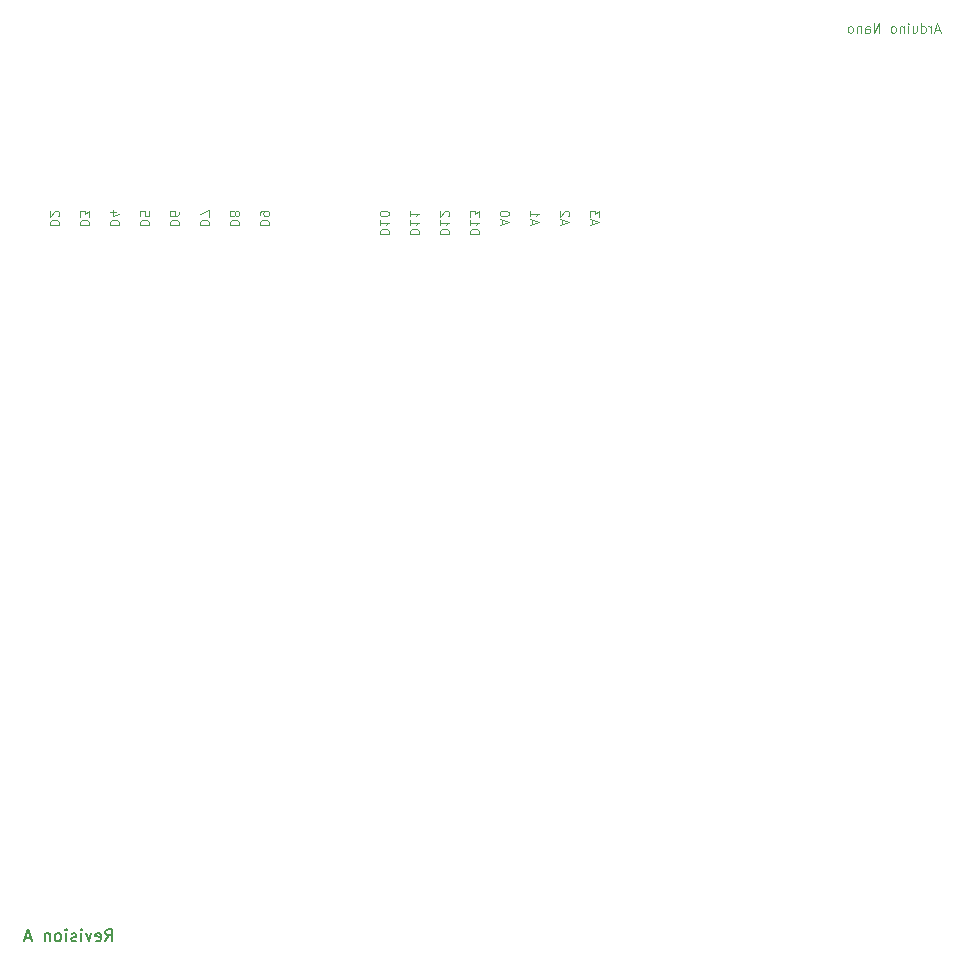
<source format=gbo>
G04 #@! TF.GenerationSoftware,KiCad,Pcbnew,(5.1.5)-3*
G04 #@! TF.CreationDate,2020-03-10T22:42:51+01:00*
G04 #@! TF.ProjectId,PP Arduino,50502041-7264-4756-996e-6f2e6b696361,rev?*
G04 #@! TF.SameCoordinates,Original*
G04 #@! TF.FileFunction,Legend,Bot*
G04 #@! TF.FilePolarity,Positive*
%FSLAX46Y46*%
G04 Gerber Fmt 4.6, Leading zero omitted, Abs format (unit mm)*
G04 Created by KiCad (PCBNEW (5.1.5)-3) date 2020-03-10 22:42:51*
%MOMM*%
%LPD*%
G04 APERTURE LIST*
%ADD10C,0.100000*%
%ADD11C,0.150000*%
G04 APERTURE END LIST*
D10*
X121558095Y-83351428D02*
X122358095Y-83351428D01*
X122358095Y-83160952D01*
X122320000Y-83046666D01*
X122243809Y-82970476D01*
X122167619Y-82932380D01*
X122015238Y-82894285D01*
X121900952Y-82894285D01*
X121748571Y-82932380D01*
X121672380Y-82970476D01*
X121596190Y-83046666D01*
X121558095Y-83160952D01*
X121558095Y-83351428D01*
X121558095Y-82513333D02*
X121558095Y-82360952D01*
X121596190Y-82284761D01*
X121634285Y-82246666D01*
X121748571Y-82170476D01*
X121900952Y-82132380D01*
X122205714Y-82132380D01*
X122281904Y-82170476D01*
X122320000Y-82208571D01*
X122358095Y-82284761D01*
X122358095Y-82437142D01*
X122320000Y-82513333D01*
X122281904Y-82551428D01*
X122205714Y-82589523D01*
X122015238Y-82589523D01*
X121939047Y-82551428D01*
X121900952Y-82513333D01*
X121862857Y-82437142D01*
X121862857Y-82284761D01*
X121900952Y-82208571D01*
X121939047Y-82170476D01*
X122015238Y-82132380D01*
X119018095Y-83351428D02*
X119818095Y-83351428D01*
X119818095Y-83160952D01*
X119780000Y-83046666D01*
X119703809Y-82970476D01*
X119627619Y-82932380D01*
X119475238Y-82894285D01*
X119360952Y-82894285D01*
X119208571Y-82932380D01*
X119132380Y-82970476D01*
X119056190Y-83046666D01*
X119018095Y-83160952D01*
X119018095Y-83351428D01*
X119475238Y-82437142D02*
X119513333Y-82513333D01*
X119551428Y-82551428D01*
X119627619Y-82589523D01*
X119665714Y-82589523D01*
X119741904Y-82551428D01*
X119780000Y-82513333D01*
X119818095Y-82437142D01*
X119818095Y-82284761D01*
X119780000Y-82208571D01*
X119741904Y-82170476D01*
X119665714Y-82132380D01*
X119627619Y-82132380D01*
X119551428Y-82170476D01*
X119513333Y-82208571D01*
X119475238Y-82284761D01*
X119475238Y-82437142D01*
X119437142Y-82513333D01*
X119399047Y-82551428D01*
X119322857Y-82589523D01*
X119170476Y-82589523D01*
X119094285Y-82551428D01*
X119056190Y-82513333D01*
X119018095Y-82437142D01*
X119018095Y-82284761D01*
X119056190Y-82208571D01*
X119094285Y-82170476D01*
X119170476Y-82132380D01*
X119322857Y-82132380D01*
X119399047Y-82170476D01*
X119437142Y-82208571D01*
X119475238Y-82284761D01*
X116478095Y-83351428D02*
X117278095Y-83351428D01*
X117278095Y-83160952D01*
X117240000Y-83046666D01*
X117163809Y-82970476D01*
X117087619Y-82932380D01*
X116935238Y-82894285D01*
X116820952Y-82894285D01*
X116668571Y-82932380D01*
X116592380Y-82970476D01*
X116516190Y-83046666D01*
X116478095Y-83160952D01*
X116478095Y-83351428D01*
X117278095Y-82627619D02*
X117278095Y-82094285D01*
X116478095Y-82437142D01*
X113938095Y-83351428D02*
X114738095Y-83351428D01*
X114738095Y-83160952D01*
X114700000Y-83046666D01*
X114623809Y-82970476D01*
X114547619Y-82932380D01*
X114395238Y-82894285D01*
X114280952Y-82894285D01*
X114128571Y-82932380D01*
X114052380Y-82970476D01*
X113976190Y-83046666D01*
X113938095Y-83160952D01*
X113938095Y-83351428D01*
X114738095Y-82208571D02*
X114738095Y-82360952D01*
X114700000Y-82437142D01*
X114661904Y-82475238D01*
X114547619Y-82551428D01*
X114395238Y-82589523D01*
X114090476Y-82589523D01*
X114014285Y-82551428D01*
X113976190Y-82513333D01*
X113938095Y-82437142D01*
X113938095Y-82284761D01*
X113976190Y-82208571D01*
X114014285Y-82170476D01*
X114090476Y-82132380D01*
X114280952Y-82132380D01*
X114357142Y-82170476D01*
X114395238Y-82208571D01*
X114433333Y-82284761D01*
X114433333Y-82437142D01*
X114395238Y-82513333D01*
X114357142Y-82551428D01*
X114280952Y-82589523D01*
X111398095Y-83351428D02*
X112198095Y-83351428D01*
X112198095Y-83160952D01*
X112160000Y-83046666D01*
X112083809Y-82970476D01*
X112007619Y-82932380D01*
X111855238Y-82894285D01*
X111740952Y-82894285D01*
X111588571Y-82932380D01*
X111512380Y-82970476D01*
X111436190Y-83046666D01*
X111398095Y-83160952D01*
X111398095Y-83351428D01*
X112198095Y-82170476D02*
X112198095Y-82551428D01*
X111817142Y-82589523D01*
X111855238Y-82551428D01*
X111893333Y-82475238D01*
X111893333Y-82284761D01*
X111855238Y-82208571D01*
X111817142Y-82170476D01*
X111740952Y-82132380D01*
X111550476Y-82132380D01*
X111474285Y-82170476D01*
X111436190Y-82208571D01*
X111398095Y-82284761D01*
X111398095Y-82475238D01*
X111436190Y-82551428D01*
X111474285Y-82589523D01*
X108858095Y-83351428D02*
X109658095Y-83351428D01*
X109658095Y-83160952D01*
X109620000Y-83046666D01*
X109543809Y-82970476D01*
X109467619Y-82932380D01*
X109315238Y-82894285D01*
X109200952Y-82894285D01*
X109048571Y-82932380D01*
X108972380Y-82970476D01*
X108896190Y-83046666D01*
X108858095Y-83160952D01*
X108858095Y-83351428D01*
X109391428Y-82208571D02*
X108858095Y-82208571D01*
X109696190Y-82399047D02*
X109124761Y-82589523D01*
X109124761Y-82094285D01*
X106318095Y-83351428D02*
X107118095Y-83351428D01*
X107118095Y-83160952D01*
X107080000Y-83046666D01*
X107003809Y-82970476D01*
X106927619Y-82932380D01*
X106775238Y-82894285D01*
X106660952Y-82894285D01*
X106508571Y-82932380D01*
X106432380Y-82970476D01*
X106356190Y-83046666D01*
X106318095Y-83160952D01*
X106318095Y-83351428D01*
X107118095Y-82627619D02*
X107118095Y-82132380D01*
X106813333Y-82399047D01*
X106813333Y-82284761D01*
X106775238Y-82208571D01*
X106737142Y-82170476D01*
X106660952Y-82132380D01*
X106470476Y-82132380D01*
X106394285Y-82170476D01*
X106356190Y-82208571D01*
X106318095Y-82284761D01*
X106318095Y-82513333D01*
X106356190Y-82589523D01*
X106394285Y-82627619D01*
X103778095Y-83351428D02*
X104578095Y-83351428D01*
X104578095Y-83160952D01*
X104540000Y-83046666D01*
X104463809Y-82970476D01*
X104387619Y-82932380D01*
X104235238Y-82894285D01*
X104120952Y-82894285D01*
X103968571Y-82932380D01*
X103892380Y-82970476D01*
X103816190Y-83046666D01*
X103778095Y-83160952D01*
X103778095Y-83351428D01*
X104501904Y-82589523D02*
X104540000Y-82551428D01*
X104578095Y-82475238D01*
X104578095Y-82284761D01*
X104540000Y-82208571D01*
X104501904Y-82170476D01*
X104425714Y-82132380D01*
X104349523Y-82132380D01*
X104235238Y-82170476D01*
X103778095Y-82627619D01*
X103778095Y-82132380D01*
X149726666Y-83275238D02*
X149726666Y-82894285D01*
X149498095Y-83351428D02*
X150298095Y-83084761D01*
X149498095Y-82818095D01*
X150298095Y-82627619D02*
X150298095Y-82132380D01*
X149993333Y-82399047D01*
X149993333Y-82284761D01*
X149955238Y-82208571D01*
X149917142Y-82170476D01*
X149840952Y-82132380D01*
X149650476Y-82132380D01*
X149574285Y-82170476D01*
X149536190Y-82208571D01*
X149498095Y-82284761D01*
X149498095Y-82513333D01*
X149536190Y-82589523D01*
X149574285Y-82627619D01*
X147186666Y-83275238D02*
X147186666Y-82894285D01*
X146958095Y-83351428D02*
X147758095Y-83084761D01*
X146958095Y-82818095D01*
X147681904Y-82589523D02*
X147720000Y-82551428D01*
X147758095Y-82475238D01*
X147758095Y-82284761D01*
X147720000Y-82208571D01*
X147681904Y-82170476D01*
X147605714Y-82132380D01*
X147529523Y-82132380D01*
X147415238Y-82170476D01*
X146958095Y-82627619D01*
X146958095Y-82132380D01*
X144646666Y-83275238D02*
X144646666Y-82894285D01*
X144418095Y-83351428D02*
X145218095Y-83084761D01*
X144418095Y-82818095D01*
X144418095Y-82132380D02*
X144418095Y-82589523D01*
X144418095Y-82360952D02*
X145218095Y-82360952D01*
X145103809Y-82437142D01*
X145027619Y-82513333D01*
X144989523Y-82589523D01*
X142106666Y-83275238D02*
X142106666Y-82894285D01*
X141878095Y-83351428D02*
X142678095Y-83084761D01*
X141878095Y-82818095D01*
X142678095Y-82399047D02*
X142678095Y-82322857D01*
X142640000Y-82246666D01*
X142601904Y-82208571D01*
X142525714Y-82170476D01*
X142373333Y-82132380D01*
X142182857Y-82132380D01*
X142030476Y-82170476D01*
X141954285Y-82208571D01*
X141916190Y-82246666D01*
X141878095Y-82322857D01*
X141878095Y-82399047D01*
X141916190Y-82475238D01*
X141954285Y-82513333D01*
X142030476Y-82551428D01*
X142182857Y-82589523D01*
X142373333Y-82589523D01*
X142525714Y-82551428D01*
X142601904Y-82513333D01*
X142640000Y-82475238D01*
X142678095Y-82399047D01*
X139338095Y-84113333D02*
X140138095Y-84113333D01*
X140138095Y-83922857D01*
X140100000Y-83808571D01*
X140023809Y-83732380D01*
X139947619Y-83694285D01*
X139795238Y-83656190D01*
X139680952Y-83656190D01*
X139528571Y-83694285D01*
X139452380Y-83732380D01*
X139376190Y-83808571D01*
X139338095Y-83922857D01*
X139338095Y-84113333D01*
X139338095Y-82894285D02*
X139338095Y-83351428D01*
X139338095Y-83122857D02*
X140138095Y-83122857D01*
X140023809Y-83199047D01*
X139947619Y-83275238D01*
X139909523Y-83351428D01*
X140138095Y-82627619D02*
X140138095Y-82132380D01*
X139833333Y-82399047D01*
X139833333Y-82284761D01*
X139795238Y-82208571D01*
X139757142Y-82170476D01*
X139680952Y-82132380D01*
X139490476Y-82132380D01*
X139414285Y-82170476D01*
X139376190Y-82208571D01*
X139338095Y-82284761D01*
X139338095Y-82513333D01*
X139376190Y-82589523D01*
X139414285Y-82627619D01*
X136798095Y-84113333D02*
X137598095Y-84113333D01*
X137598095Y-83922857D01*
X137560000Y-83808571D01*
X137483809Y-83732380D01*
X137407619Y-83694285D01*
X137255238Y-83656190D01*
X137140952Y-83656190D01*
X136988571Y-83694285D01*
X136912380Y-83732380D01*
X136836190Y-83808571D01*
X136798095Y-83922857D01*
X136798095Y-84113333D01*
X136798095Y-82894285D02*
X136798095Y-83351428D01*
X136798095Y-83122857D02*
X137598095Y-83122857D01*
X137483809Y-83199047D01*
X137407619Y-83275238D01*
X137369523Y-83351428D01*
X137521904Y-82589523D02*
X137560000Y-82551428D01*
X137598095Y-82475238D01*
X137598095Y-82284761D01*
X137560000Y-82208571D01*
X137521904Y-82170476D01*
X137445714Y-82132380D01*
X137369523Y-82132380D01*
X137255238Y-82170476D01*
X136798095Y-82627619D01*
X136798095Y-82132380D01*
X134258095Y-84113333D02*
X135058095Y-84113333D01*
X135058095Y-83922857D01*
X135020000Y-83808571D01*
X134943809Y-83732380D01*
X134867619Y-83694285D01*
X134715238Y-83656190D01*
X134600952Y-83656190D01*
X134448571Y-83694285D01*
X134372380Y-83732380D01*
X134296190Y-83808571D01*
X134258095Y-83922857D01*
X134258095Y-84113333D01*
X134258095Y-82894285D02*
X134258095Y-83351428D01*
X134258095Y-83122857D02*
X135058095Y-83122857D01*
X134943809Y-83199047D01*
X134867619Y-83275238D01*
X134829523Y-83351428D01*
X134258095Y-82132380D02*
X134258095Y-82589523D01*
X134258095Y-82360952D02*
X135058095Y-82360952D01*
X134943809Y-82437142D01*
X134867619Y-82513333D01*
X134829523Y-82589523D01*
X131718095Y-84113333D02*
X132518095Y-84113333D01*
X132518095Y-83922857D01*
X132480000Y-83808571D01*
X132403809Y-83732380D01*
X132327619Y-83694285D01*
X132175238Y-83656190D01*
X132060952Y-83656190D01*
X131908571Y-83694285D01*
X131832380Y-83732380D01*
X131756190Y-83808571D01*
X131718095Y-83922857D01*
X131718095Y-84113333D01*
X131718095Y-82894285D02*
X131718095Y-83351428D01*
X131718095Y-83122857D02*
X132518095Y-83122857D01*
X132403809Y-83199047D01*
X132327619Y-83275238D01*
X132289523Y-83351428D01*
X132518095Y-82399047D02*
X132518095Y-82322857D01*
X132480000Y-82246666D01*
X132441904Y-82208571D01*
X132365714Y-82170476D01*
X132213333Y-82132380D01*
X132022857Y-82132380D01*
X131870476Y-82170476D01*
X131794285Y-82208571D01*
X131756190Y-82246666D01*
X131718095Y-82322857D01*
X131718095Y-82399047D01*
X131756190Y-82475238D01*
X131794285Y-82513333D01*
X131870476Y-82551428D01*
X132022857Y-82589523D01*
X132213333Y-82589523D01*
X132365714Y-82551428D01*
X132441904Y-82513333D01*
X132480000Y-82475238D01*
X132518095Y-82399047D01*
X179145714Y-66808333D02*
X178764761Y-66808333D01*
X179221904Y-67036904D02*
X178955238Y-66236904D01*
X178688571Y-67036904D01*
X178421904Y-67036904D02*
X178421904Y-66503571D01*
X178421904Y-66655952D02*
X178383809Y-66579761D01*
X178345714Y-66541666D01*
X178269523Y-66503571D01*
X178193333Y-66503571D01*
X177583809Y-67036904D02*
X177583809Y-66236904D01*
X177583809Y-66998809D02*
X177660000Y-67036904D01*
X177812380Y-67036904D01*
X177888571Y-66998809D01*
X177926666Y-66960714D01*
X177964761Y-66884523D01*
X177964761Y-66655952D01*
X177926666Y-66579761D01*
X177888571Y-66541666D01*
X177812380Y-66503571D01*
X177660000Y-66503571D01*
X177583809Y-66541666D01*
X176860000Y-66503571D02*
X176860000Y-67036904D01*
X177202857Y-66503571D02*
X177202857Y-66922619D01*
X177164761Y-66998809D01*
X177088571Y-67036904D01*
X176974285Y-67036904D01*
X176898095Y-66998809D01*
X176860000Y-66960714D01*
X176479047Y-67036904D02*
X176479047Y-66503571D01*
X176479047Y-66236904D02*
X176517142Y-66275000D01*
X176479047Y-66313095D01*
X176440952Y-66275000D01*
X176479047Y-66236904D01*
X176479047Y-66313095D01*
X176098095Y-66503571D02*
X176098095Y-67036904D01*
X176098095Y-66579761D02*
X176060000Y-66541666D01*
X175983809Y-66503571D01*
X175869523Y-66503571D01*
X175793333Y-66541666D01*
X175755238Y-66617857D01*
X175755238Y-67036904D01*
X175260000Y-67036904D02*
X175336190Y-66998809D01*
X175374285Y-66960714D01*
X175412380Y-66884523D01*
X175412380Y-66655952D01*
X175374285Y-66579761D01*
X175336190Y-66541666D01*
X175260000Y-66503571D01*
X175145714Y-66503571D01*
X175069523Y-66541666D01*
X175031428Y-66579761D01*
X174993333Y-66655952D01*
X174993333Y-66884523D01*
X175031428Y-66960714D01*
X175069523Y-66998809D01*
X175145714Y-67036904D01*
X175260000Y-67036904D01*
X174040952Y-67036904D02*
X174040952Y-66236904D01*
X173583809Y-67036904D01*
X173583809Y-66236904D01*
X172860000Y-67036904D02*
X172860000Y-66617857D01*
X172898095Y-66541666D01*
X172974285Y-66503571D01*
X173126666Y-66503571D01*
X173202857Y-66541666D01*
X172860000Y-66998809D02*
X172936190Y-67036904D01*
X173126666Y-67036904D01*
X173202857Y-66998809D01*
X173240952Y-66922619D01*
X173240952Y-66846428D01*
X173202857Y-66770238D01*
X173126666Y-66732142D01*
X172936190Y-66732142D01*
X172860000Y-66694047D01*
X172479047Y-66503571D02*
X172479047Y-67036904D01*
X172479047Y-66579761D02*
X172440952Y-66541666D01*
X172364761Y-66503571D01*
X172250476Y-66503571D01*
X172174285Y-66541666D01*
X172136190Y-66617857D01*
X172136190Y-67036904D01*
X171640952Y-67036904D02*
X171717142Y-66998809D01*
X171755238Y-66960714D01*
X171793333Y-66884523D01*
X171793333Y-66655952D01*
X171755238Y-66579761D01*
X171717142Y-66541666D01*
X171640952Y-66503571D01*
X171526666Y-66503571D01*
X171450476Y-66541666D01*
X171412380Y-66579761D01*
X171374285Y-66655952D01*
X171374285Y-66884523D01*
X171412380Y-66960714D01*
X171450476Y-66998809D01*
X171526666Y-67036904D01*
X171640952Y-67036904D01*
D11*
X108505238Y-143962380D02*
X108838571Y-143486190D01*
X109076666Y-143962380D02*
X109076666Y-142962380D01*
X108695714Y-142962380D01*
X108600476Y-143010000D01*
X108552857Y-143057619D01*
X108505238Y-143152857D01*
X108505238Y-143295714D01*
X108552857Y-143390952D01*
X108600476Y-143438571D01*
X108695714Y-143486190D01*
X109076666Y-143486190D01*
X107695714Y-143914761D02*
X107790952Y-143962380D01*
X107981428Y-143962380D01*
X108076666Y-143914761D01*
X108124285Y-143819523D01*
X108124285Y-143438571D01*
X108076666Y-143343333D01*
X107981428Y-143295714D01*
X107790952Y-143295714D01*
X107695714Y-143343333D01*
X107648095Y-143438571D01*
X107648095Y-143533809D01*
X108124285Y-143629047D01*
X107314761Y-143295714D02*
X107076666Y-143962380D01*
X106838571Y-143295714D01*
X106457619Y-143962380D02*
X106457619Y-143295714D01*
X106457619Y-142962380D02*
X106505238Y-143010000D01*
X106457619Y-143057619D01*
X106410000Y-143010000D01*
X106457619Y-142962380D01*
X106457619Y-143057619D01*
X106029047Y-143914761D02*
X105933809Y-143962380D01*
X105743333Y-143962380D01*
X105648095Y-143914761D01*
X105600476Y-143819523D01*
X105600476Y-143771904D01*
X105648095Y-143676666D01*
X105743333Y-143629047D01*
X105886190Y-143629047D01*
X105981428Y-143581428D01*
X106029047Y-143486190D01*
X106029047Y-143438571D01*
X105981428Y-143343333D01*
X105886190Y-143295714D01*
X105743333Y-143295714D01*
X105648095Y-143343333D01*
X105171904Y-143962380D02*
X105171904Y-143295714D01*
X105171904Y-142962380D02*
X105219523Y-143010000D01*
X105171904Y-143057619D01*
X105124285Y-143010000D01*
X105171904Y-142962380D01*
X105171904Y-143057619D01*
X104552857Y-143962380D02*
X104648095Y-143914761D01*
X104695714Y-143867142D01*
X104743333Y-143771904D01*
X104743333Y-143486190D01*
X104695714Y-143390952D01*
X104648095Y-143343333D01*
X104552857Y-143295714D01*
X104410000Y-143295714D01*
X104314761Y-143343333D01*
X104267142Y-143390952D01*
X104219523Y-143486190D01*
X104219523Y-143771904D01*
X104267142Y-143867142D01*
X104314761Y-143914761D01*
X104410000Y-143962380D01*
X104552857Y-143962380D01*
X103790952Y-143295714D02*
X103790952Y-143962380D01*
X103790952Y-143390952D02*
X103743333Y-143343333D01*
X103648095Y-143295714D01*
X103505238Y-143295714D01*
X103410000Y-143343333D01*
X103362380Y-143438571D01*
X103362380Y-143962380D01*
X102171904Y-143676666D02*
X101695714Y-143676666D01*
X102267142Y-143962380D02*
X101933809Y-142962380D01*
X101600476Y-143962380D01*
M02*

</source>
